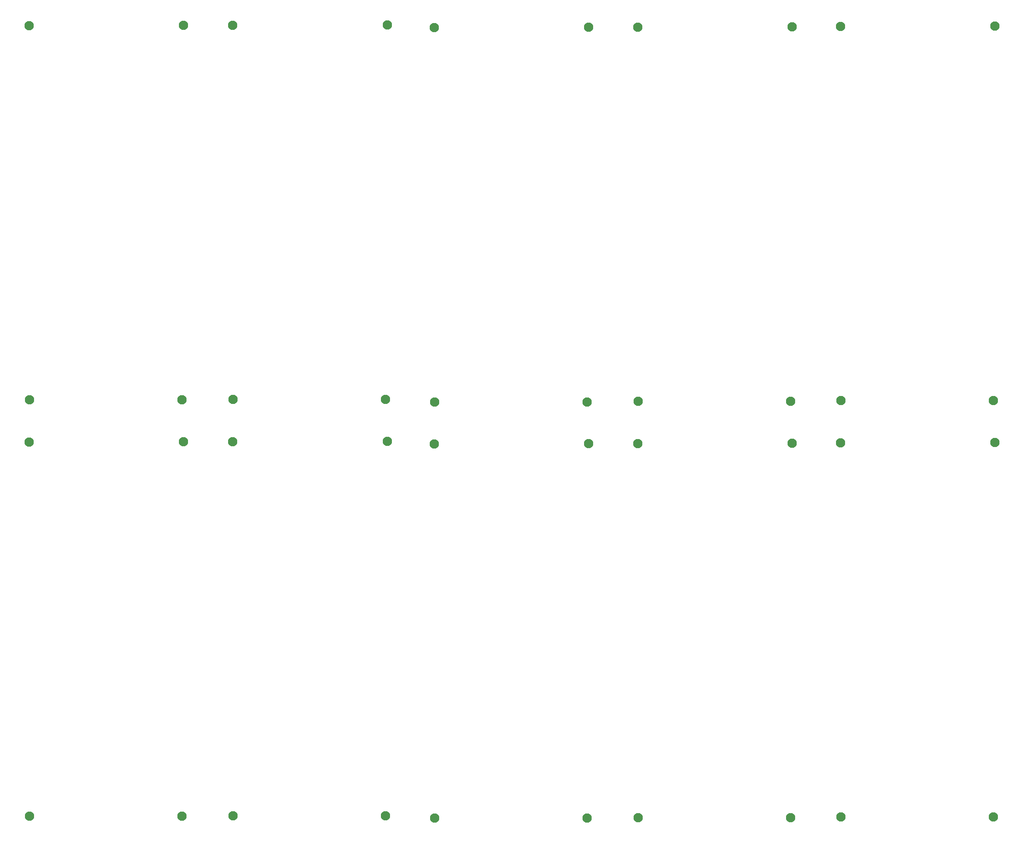
<source format=gbr>
%TF.GenerationSoftware,KiCad,Pcbnew,7.0.2*%
%TF.CreationDate,2023-05-17T15:36:18+02:00*%
%TF.ProjectId,78_1x39_1mm Solr tile,37382c31-7833-4392-9c31-6d6d20536f6c,rev?*%
%TF.SameCoordinates,Original*%
%TF.FileFunction,Soldermask,Top*%
%TF.FilePolarity,Negative*%
%FSLAX46Y46*%
G04 Gerber Fmt 4.6, Leading zero omitted, Abs format (unit mm)*
G04 Created by KiCad (PCBNEW 7.0.2) date 2023-05-17 15:36:18*
%MOMM*%
%LPD*%
G01*
G04 APERTURE LIST*
%ADD10C,2.100000*%
G04 APERTURE END LIST*
D10*
%TO.C,REF\u002A\u002A*%
X199074448Y-109846015D03*
%TD*%
%TO.C,REF\u002A\u002A*%
X233654448Y-109746015D03*
%TD*%
%TO.C,REF\u002A\u002A*%
X199184448Y-193686015D03*
%TD*%
%TO.C,REF\u002A\u002A*%
X233304448Y-193686015D03*
%TD*%
%TO.C,REF\u002A\u002A*%
X187944448Y-193846015D03*
%TD*%
%TO.C,REF\u002A\u002A*%
X188294448Y-109906015D03*
%TD*%
%TO.C,REF\u002A\u002A*%
X153714448Y-110006015D03*
%TD*%
%TO.C,REF\u002A\u002A*%
X153824448Y-193846015D03*
%TD*%
%TO.C,REF\u002A\u002A*%
X108144448Y-110116015D03*
%TD*%
%TO.C,REF\u002A\u002A*%
X142374448Y-193956015D03*
%TD*%
%TO.C,REF\u002A\u002A*%
X108254448Y-193956015D03*
%TD*%
%TO.C,REF\u002A\u002A*%
X142724448Y-110016015D03*
%TD*%
%TO.C,REF\u002A\u002A*%
X63050000Y-109580000D03*
%TD*%
%TO.C,REF\u002A\u002A*%
X63160000Y-193420000D03*
%TD*%
%TO.C,REF\u002A\u002A*%
X97280000Y-193420000D03*
%TD*%
%TO.C,REF\u002A\u002A*%
X97630000Y-109480000D03*
%TD*%
%TO.C,REF\u002A\u002A*%
X51710000Y-193530000D03*
%TD*%
%TO.C,REF\u002A\u002A*%
X17480000Y-109690000D03*
%TD*%
%TO.C,REF\u002A\u002A*%
X52060000Y-109590000D03*
%TD*%
%TO.C,REF\u002A\u002A*%
X17590000Y-193530000D03*
%TD*%
%TO.C,REF\u002A\u002A*%
X233304448Y-100386015D03*
%TD*%
%TO.C,REF\u002A\u002A*%
X233654448Y-16446015D03*
%TD*%
%TO.C,REF\u002A\u002A*%
X199074448Y-16546015D03*
%TD*%
%TO.C,REF\u002A\u002A*%
X199184448Y-100386015D03*
%TD*%
%TO.C,REF\u002A\u002A*%
X153714448Y-16706015D03*
%TD*%
%TO.C,REF\u002A\u002A*%
X153824448Y-100546015D03*
%TD*%
%TO.C,REF\u002A\u002A*%
X187944448Y-100546015D03*
%TD*%
%TO.C,REF\u002A\u002A*%
X188294448Y-16606015D03*
%TD*%
%TO.C,REF\u002A\u002A*%
X142374448Y-100656015D03*
%TD*%
%TO.C,REF\u002A\u002A*%
X108144448Y-16816015D03*
%TD*%
%TO.C,REF\u002A\u002A*%
X142724448Y-16716015D03*
%TD*%
%TO.C,REF\u002A\u002A*%
X108254448Y-100656015D03*
%TD*%
%TO.C,REF\u002A\u002A*%
X97280000Y-100120000D03*
%TD*%
%TO.C,REF\u002A\u002A*%
X63050000Y-16280000D03*
%TD*%
%TO.C,REF\u002A\u002A*%
X97630000Y-16180000D03*
%TD*%
%TO.C,REF\u002A\u002A*%
X63160000Y-100120000D03*
%TD*%
%TO.C,REF\u002A\u002A*%
X17590000Y-100230000D03*
%TD*%
%TO.C,REF\u002A\u002A*%
X17480000Y-16390000D03*
%TD*%
%TO.C,REF\u002A\u002A*%
X52060000Y-16290000D03*
%TD*%
%TO.C,REF\u002A\u002A*%
X51710000Y-100230000D03*
%TD*%
M02*

</source>
